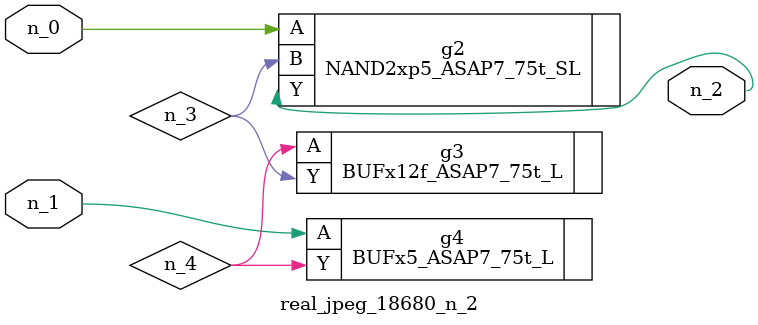
<source format=v>
module real_jpeg_18680_n_2 (n_1, n_0, n_2);

input n_1;
input n_0;

output n_2;

wire n_4;
wire n_3;

NAND2xp5_ASAP7_75t_SL g2 ( 
.A(n_0),
.B(n_3),
.Y(n_2)
);

BUFx5_ASAP7_75t_L g4 ( 
.A(n_1),
.Y(n_4)
);

BUFx12f_ASAP7_75t_L g3 ( 
.A(n_4),
.Y(n_3)
);


endmodule
</source>
